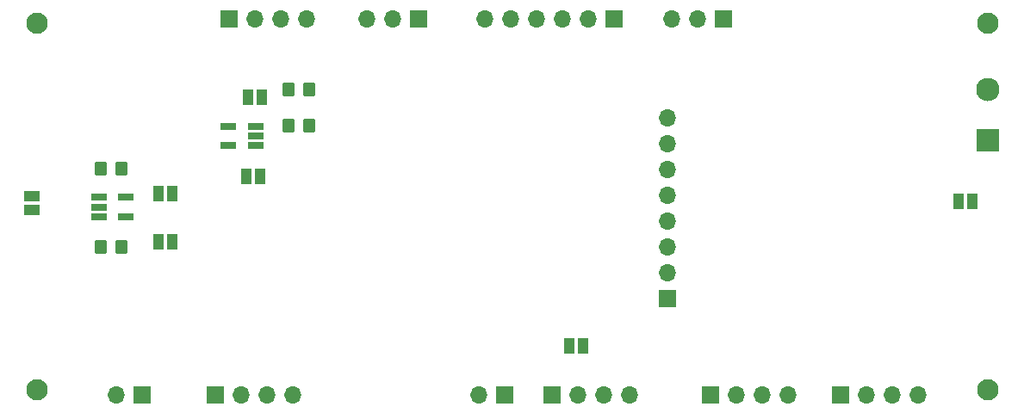
<source format=gbr>
%TF.GenerationSoftware,KiCad,Pcbnew,7.0.2-0*%
%TF.CreationDate,2024-03-04T00:44:33-08:00*%
%TF.ProjectId,EE156_4_Layer,45453135-365f-4345-9f4c-617965722e6b,rev?*%
%TF.SameCoordinates,Original*%
%TF.FileFunction,Soldermask,Bot*%
%TF.FilePolarity,Negative*%
%FSLAX46Y46*%
G04 Gerber Fmt 4.6, Leading zero omitted, Abs format (unit mm)*
G04 Created by KiCad (PCBNEW 7.0.2-0) date 2024-03-04 00:44:33*
%MOMM*%
%LPD*%
G01*
G04 APERTURE LIST*
G04 Aperture macros list*
%AMRoundRect*
0 Rectangle with rounded corners*
0 $1 Rounding radius*
0 $2 $3 $4 $5 $6 $7 $8 $9 X,Y pos of 4 corners*
0 Add a 4 corners polygon primitive as box body*
4,1,4,$2,$3,$4,$5,$6,$7,$8,$9,$2,$3,0*
0 Add four circle primitives for the rounded corners*
1,1,$1+$1,$2,$3*
1,1,$1+$1,$4,$5*
1,1,$1+$1,$6,$7*
1,1,$1+$1,$8,$9*
0 Add four rect primitives between the rounded corners*
20,1,$1+$1,$2,$3,$4,$5,0*
20,1,$1+$1,$4,$5,$6,$7,0*
20,1,$1+$1,$6,$7,$8,$9,0*
20,1,$1+$1,$8,$9,$2,$3,0*%
G04 Aperture macros list end*
%ADD10R,1.700000X1.700000*%
%ADD11O,1.700000X1.700000*%
%ADD12R,1.560000X0.650000*%
%ADD13RoundRect,0.250000X-0.350000X-0.450000X0.350000X-0.450000X0.350000X0.450000X-0.350000X0.450000X0*%
%ADD14RoundRect,0.250000X0.350000X0.450000X-0.350000X0.450000X-0.350000X-0.450000X0.350000X-0.450000X0*%
%ADD15R,1.000000X1.500000*%
%ADD16R,1.500000X1.000000*%
%ADD17C,2.300000*%
%ADD18R,2.300000X2.300000*%
%ADD19C,2.100000*%
G04 APERTURE END LIST*
D10*
%TO.C,J16*%
X219750000Y-116790000D03*
D11*
X219750000Y-114250000D03*
X219750000Y-111710000D03*
X219750000Y-109170000D03*
X219750000Y-106630000D03*
X219750000Y-104090000D03*
X219750000Y-101550000D03*
X219750000Y-99010000D03*
%TD*%
D12*
%TO.C,U7*%
X166500000Y-108750000D03*
X166500000Y-106850000D03*
X163800000Y-106850000D03*
X163800000Y-107800000D03*
X163800000Y-108750000D03*
%TD*%
%TO.C,U5*%
X176550000Y-99850000D03*
X176550000Y-101750000D03*
X179250000Y-101750000D03*
X179250000Y-100800000D03*
X179250000Y-99850000D03*
%TD*%
D13*
%TO.C,R24*%
X166000000Y-104000000D03*
X164000000Y-104000000D03*
%TD*%
D14*
%TO.C,R23*%
X164000000Y-111750000D03*
X166000000Y-111750000D03*
%TD*%
D13*
%TO.C,R20*%
X184500000Y-96250000D03*
X182500000Y-96250000D03*
%TD*%
%TO.C,R19*%
X184500000Y-99750000D03*
X182500000Y-99750000D03*
%TD*%
D15*
%TO.C,JP7*%
X171000000Y-111250000D03*
X169700000Y-111250000D03*
%TD*%
%TO.C,JP6*%
X169700000Y-106500000D03*
X171000000Y-106500000D03*
%TD*%
D16*
%TO.C,JP5*%
X157250000Y-106750000D03*
X157250000Y-108050000D03*
%TD*%
D15*
%TO.C,JP4*%
X178350000Y-104750000D03*
X179650000Y-104750000D03*
%TD*%
%TO.C,JP3*%
X178500000Y-97000000D03*
X179800000Y-97000000D03*
%TD*%
%TO.C,JP2*%
X248350000Y-107250000D03*
X249650000Y-107250000D03*
%TD*%
%TO.C,JP1*%
X210100000Y-121500000D03*
X211400000Y-121500000D03*
%TD*%
D11*
%TO.C,J15*%
X184250000Y-89250000D03*
X181710000Y-89250000D03*
X179170000Y-89250000D03*
D10*
X176630000Y-89250000D03*
%TD*%
D17*
%TO.C,J13*%
X251200000Y-96200000D03*
D18*
X251200000Y-101200000D03*
%TD*%
D11*
%TO.C,J12*%
X244330000Y-126250000D03*
X241790000Y-126250000D03*
X239250000Y-126250000D03*
D10*
X236710000Y-126250000D03*
%TD*%
D11*
%TO.C,J11*%
X231580000Y-126250000D03*
X229040000Y-126250000D03*
X226500000Y-126250000D03*
D10*
X223960000Y-126250000D03*
%TD*%
D11*
%TO.C,J8*%
X182870000Y-126250000D03*
X180330000Y-126250000D03*
X177790000Y-126250000D03*
D10*
X175250000Y-126250000D03*
%TD*%
D11*
%TO.C,J7*%
X201800000Y-89250000D03*
X204340000Y-89250000D03*
X206880000Y-89250000D03*
X209420000Y-89250000D03*
X211960000Y-89250000D03*
D10*
X214500000Y-89250000D03*
%TD*%
D11*
%TO.C,J6*%
X201210000Y-126250000D03*
D10*
X203750000Y-126250000D03*
%TD*%
D11*
%TO.C,J5*%
X216000000Y-126250000D03*
X213460000Y-126250000D03*
X210920000Y-126250000D03*
D10*
X208380000Y-126250000D03*
%TD*%
%TO.C,J3*%
X225250000Y-89250000D03*
D11*
X222710000Y-89250000D03*
X220170000Y-89250000D03*
%TD*%
%TO.C,J2*%
X190195000Y-89250000D03*
X192735000Y-89250000D03*
D10*
X195275000Y-89250000D03*
%TD*%
D11*
%TO.C,J1*%
X165500000Y-126250000D03*
D10*
X168040000Y-126250000D03*
%TD*%
D19*
%TO.C,H4*%
X251250000Y-125750000D03*
%TD*%
%TO.C,H3*%
X251250000Y-89750000D03*
%TD*%
%TO.C,H2*%
X157750000Y-125750000D03*
%TD*%
%TO.C,H1*%
X157750000Y-89750000D03*
%TD*%
M02*

</source>
